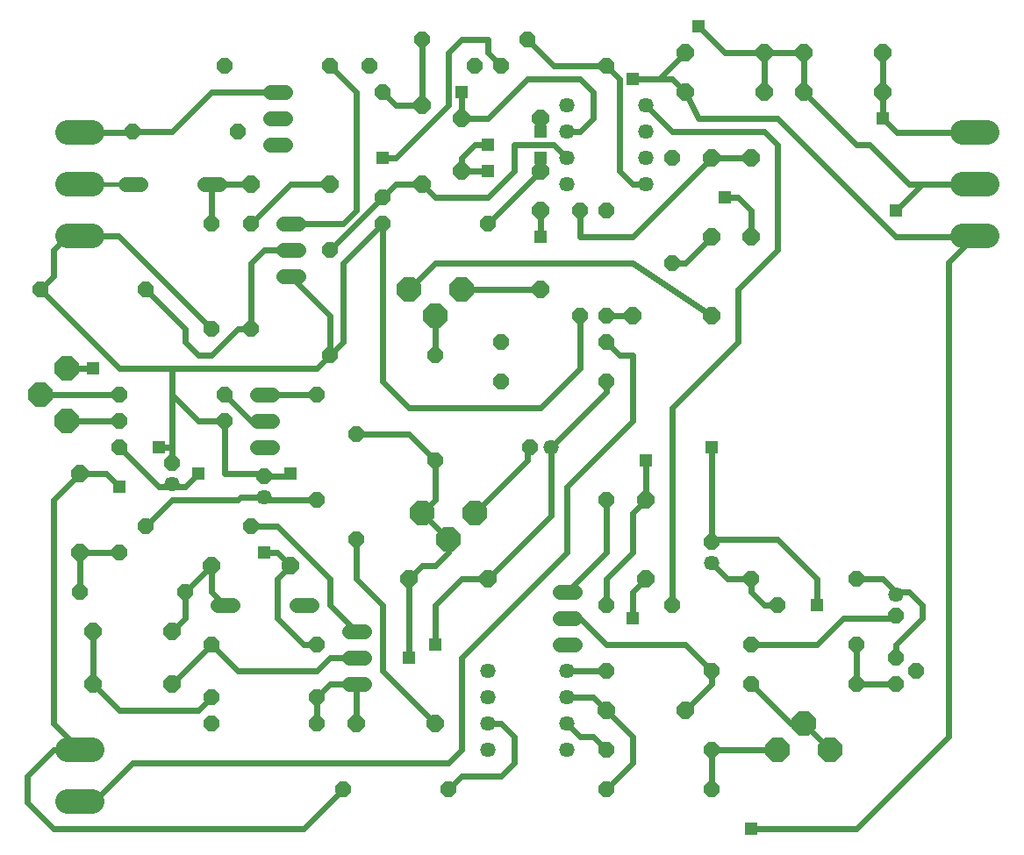
<source format=gbl>
G75*
G70*
%OFA0B0*%
%FSLAX24Y24*%
%IPPOS*%
%LPD*%
%AMOC8*
5,1,8,0,0,1.08239X$1,22.5*
%
%ADD10OC8,0.0576*%
%ADD11C,0.0576*%
%ADD12OC8,0.0648*%
%ADD13C,0.0576*%
%ADD14OC8,0.0936*%
%ADD15C,0.0936*%
%ADD16C,0.0240*%
%ADD17R,0.0472X0.0472*%
%ADD18C,0.0160*%
D10*
X008733Y004600D03*
X008733Y005600D03*
X008733Y007600D03*
X007733Y009600D03*
X005233Y011100D03*
X006233Y012100D03*
X007233Y014500D03*
X005233Y015100D03*
X005233Y016100D03*
X005233Y017100D03*
X008733Y019600D03*
X010233Y019600D03*
X013233Y018600D03*
X012733Y017100D03*
X014233Y015600D03*
X017233Y014600D03*
X020833Y015100D03*
X023733Y013100D03*
X027733Y011500D03*
X029233Y010100D03*
X030233Y009100D03*
X029233Y007600D03*
X029233Y006100D03*
X027733Y006600D03*
X026233Y009100D03*
X023733Y009100D03*
X023733Y006600D03*
X023733Y003600D03*
X023733Y002100D03*
X027733Y002100D03*
X027733Y003600D03*
X033233Y006100D03*
X034733Y006100D03*
X035483Y006600D03*
X034733Y007100D03*
X033233Y007600D03*
X034733Y008700D03*
X033233Y010100D03*
X023733Y017600D03*
X023733Y019100D03*
X023733Y020100D03*
X022733Y020100D03*
X019733Y019100D03*
X019733Y017600D03*
X017233Y018600D03*
X013233Y022600D03*
X015233Y023600D03*
X015233Y024600D03*
X019233Y023600D03*
X022733Y024100D03*
X023733Y024100D03*
X026233Y022100D03*
X026233Y026100D03*
X023733Y029600D03*
X020733Y030600D03*
X019733Y029600D03*
X018733Y029600D03*
X016733Y030600D03*
X014733Y029600D03*
X015233Y028600D03*
X013233Y029600D03*
X009733Y027100D03*
X009233Y029600D03*
X005733Y027100D03*
X008733Y023600D03*
X010233Y023600D03*
X006233Y021100D03*
X002233Y021100D03*
X009233Y017100D03*
X009233Y016100D03*
X010733Y014000D03*
X012733Y013100D03*
X014233Y011600D03*
X010233Y012100D03*
X012733Y007600D03*
X012733Y005600D03*
X012733Y004600D03*
X013733Y002100D03*
X017733Y002100D03*
X003733Y009600D03*
D11*
X008945Y009100D02*
X009521Y009100D01*
X011945Y009100D02*
X012521Y009100D01*
X013945Y008100D02*
X014521Y008100D01*
X014521Y007100D02*
X013945Y007100D01*
X013945Y006100D02*
X014521Y006100D01*
X021945Y007600D02*
X022521Y007600D01*
X022521Y008600D02*
X021945Y008600D01*
X021945Y009600D02*
X022521Y009600D01*
X011021Y015100D02*
X010445Y015100D01*
X010445Y016100D02*
X011021Y016100D01*
X011021Y017100D02*
X010445Y017100D01*
X011445Y021600D02*
X012021Y021600D01*
X012021Y022600D02*
X011445Y022600D01*
X011445Y023600D02*
X012021Y023600D01*
X009021Y025100D02*
X008445Y025100D01*
X006021Y025100D02*
X005445Y025100D01*
X010945Y026600D02*
X011521Y026600D01*
X011521Y027600D02*
X010945Y027600D01*
X010945Y028600D02*
X011521Y028600D01*
D12*
X010233Y025100D03*
X013233Y025100D03*
X016733Y025100D03*
X018233Y025600D03*
X018233Y027600D03*
X016733Y028100D03*
X021233Y027600D03*
X021233Y025600D03*
X021233Y024100D03*
X021233Y021100D03*
X024733Y020100D03*
X027733Y020100D03*
X027733Y023100D03*
X029233Y023100D03*
X029233Y026100D03*
X027733Y026100D03*
X026733Y028600D03*
X026733Y030100D03*
X029733Y030100D03*
X031233Y030100D03*
X031233Y028600D03*
X029733Y028600D03*
X034233Y028600D03*
X034233Y030100D03*
X025233Y013100D03*
X025233Y010100D03*
X019233Y010100D03*
X016233Y010100D03*
X011733Y010600D03*
X008733Y010600D03*
X007233Y008100D03*
X007233Y006100D03*
X004233Y006100D03*
X004233Y008100D03*
X003733Y011100D03*
X003733Y014100D03*
X014233Y004600D03*
X017233Y004600D03*
X023733Y005100D03*
X026733Y005100D03*
D13*
X022233Y004600D03*
X022233Y003600D03*
X022233Y005600D03*
X022233Y006600D03*
X019233Y006600D03*
X019233Y005600D03*
X019233Y004600D03*
X019233Y003600D03*
X027733Y010700D03*
X021633Y015100D03*
X010733Y013200D03*
X007233Y013700D03*
X022233Y025100D03*
X022233Y026100D03*
X022233Y027100D03*
X022233Y028100D03*
X025233Y028100D03*
X025233Y027100D03*
X025233Y026100D03*
X025233Y025100D03*
X034733Y009500D03*
D14*
X031233Y004600D03*
X030233Y003600D03*
X032233Y003600D03*
X018733Y012600D03*
X017733Y011600D03*
X016733Y012600D03*
X017233Y020100D03*
X016233Y021100D03*
X018233Y021100D03*
X003233Y018100D03*
X002233Y017100D03*
X003233Y016100D03*
D15*
X003265Y023130D02*
X004201Y023130D01*
X004201Y025100D02*
X003265Y025100D01*
X003265Y027070D02*
X004201Y027070D01*
X004201Y003580D02*
X003265Y003580D01*
X003265Y001610D02*
X004201Y001610D01*
X037265Y023130D02*
X038201Y023130D01*
X038201Y025100D02*
X037265Y025100D01*
X037265Y027070D02*
X038201Y027070D01*
D16*
X001733Y002600D02*
X001733Y001600D01*
X002733Y000600D01*
X012233Y000600D01*
X013733Y002100D01*
X014233Y004600D02*
X014233Y006100D01*
X013233Y006100D01*
X012733Y005600D01*
X012733Y004600D01*
X012733Y006600D02*
X013233Y007100D01*
X014233Y007100D01*
X015233Y006600D02*
X015233Y009100D01*
X014233Y010100D01*
X014233Y011600D01*
X013233Y010100D02*
X011233Y012100D01*
X010233Y012100D01*
X009733Y013100D02*
X009833Y013200D01*
X010733Y013200D01*
X010833Y013100D01*
X012733Y013100D01*
X011733Y014100D02*
X011633Y014000D01*
X010733Y014000D01*
X010633Y014100D01*
X009233Y014100D01*
X009233Y016100D01*
X008233Y016100D01*
X007233Y017100D01*
X007233Y015100D01*
X006733Y015100D01*
X007233Y015100D02*
X007233Y014500D01*
X007233Y013700D02*
X007133Y013600D01*
X006733Y013600D01*
X005233Y015100D01*
X005233Y016100D02*
X003233Y016100D01*
X002233Y017100D02*
X005233Y017100D01*
X005233Y018100D02*
X007233Y018100D01*
X007233Y017100D01*
X007233Y018100D02*
X012733Y018100D01*
X013233Y018600D01*
X013733Y019100D01*
X013733Y022100D01*
X015233Y023600D01*
X015233Y017600D01*
X016233Y016600D01*
X021233Y016600D01*
X022733Y018100D01*
X022733Y020100D01*
X023733Y020100D02*
X024733Y020100D01*
X023733Y019100D02*
X024233Y018600D01*
X024733Y018600D01*
X024733Y016100D01*
X022233Y013600D01*
X022233Y011100D01*
X018233Y007100D01*
X018233Y003600D01*
X017733Y003100D01*
X005733Y003100D01*
X004233Y001600D01*
X003733Y001600D01*
X003733Y001610D01*
X002713Y003580D02*
X001733Y002600D01*
X002713Y003580D02*
X003733Y003580D01*
X002733Y004580D01*
X002733Y013100D01*
X003733Y014100D01*
X004733Y014100D01*
X005233Y013600D01*
X006233Y012100D02*
X007233Y013100D01*
X009733Y013100D01*
X008233Y014100D02*
X007733Y013600D01*
X007333Y013600D01*
X005233Y011100D02*
X003733Y011100D01*
X003733Y009600D01*
X004233Y008100D02*
X004233Y006100D01*
X005233Y005100D01*
X008233Y005100D01*
X008733Y005600D01*
X009733Y006600D02*
X012733Y006600D01*
X012733Y007600D02*
X012233Y007600D01*
X011233Y008600D01*
X011233Y010100D01*
X011733Y010600D01*
X011233Y011100D01*
X010733Y011100D01*
X008733Y010600D02*
X008733Y009600D01*
X009233Y009100D01*
X007733Y008600D02*
X007733Y009600D01*
X008733Y010600D01*
X007733Y008600D02*
X007233Y008100D01*
X008733Y007600D02*
X009733Y006600D01*
X008733Y007600D02*
X007233Y006100D01*
X013233Y009100D02*
X013233Y010100D01*
X013233Y009100D02*
X014233Y008100D01*
X015233Y006600D02*
X017233Y004600D01*
X019233Y004600D02*
X019733Y004600D01*
X020233Y004100D01*
X020233Y003100D01*
X019733Y002600D01*
X018233Y002600D01*
X017733Y002100D01*
X022233Y004600D02*
X022733Y004100D01*
X023233Y004100D01*
X023733Y003600D01*
X024733Y003100D02*
X024733Y004100D01*
X023733Y005100D01*
X023233Y005600D01*
X022233Y005600D01*
X022233Y006600D02*
X023733Y006600D01*
X023733Y007600D02*
X026733Y007600D01*
X027733Y006600D01*
X027733Y006100D01*
X026733Y005100D01*
X027733Y003600D02*
X030233Y003600D01*
X030733Y004600D02*
X029233Y006100D01*
X029233Y007600D02*
X031733Y007600D01*
X032733Y008600D01*
X034633Y008600D01*
X034733Y008700D01*
X034733Y009500D02*
X034733Y009600D01*
X034233Y010100D01*
X033233Y010100D01*
X034733Y009500D02*
X034833Y009600D01*
X035233Y009600D01*
X035733Y009100D01*
X035733Y008600D01*
X034733Y007600D01*
X034733Y007100D01*
X034733Y006100D02*
X033233Y006100D01*
X033233Y007600D01*
X031733Y009100D02*
X031733Y010100D01*
X030233Y011600D01*
X027833Y011600D01*
X027733Y011500D01*
X027733Y015100D01*
X026233Y016600D02*
X028733Y019100D01*
X028733Y021100D01*
X030233Y022600D01*
X030233Y026600D01*
X029733Y027100D01*
X026233Y027100D01*
X025233Y028100D01*
X024733Y029100D02*
X025733Y029100D01*
X026233Y029100D01*
X026733Y028600D01*
X027233Y027600D01*
X030233Y027600D01*
X034733Y023100D01*
X037703Y023100D01*
X037733Y023130D01*
X036733Y022130D01*
X036733Y004100D01*
X033233Y000600D01*
X029233Y000600D01*
X027733Y002100D02*
X027733Y003600D01*
X024733Y003100D02*
X023733Y002100D01*
X023733Y007600D02*
X022733Y008600D01*
X022233Y008600D01*
X022233Y009600D02*
X023733Y011100D01*
X023733Y013100D01*
X024733Y012600D02*
X025233Y013100D01*
X025233Y014600D01*
X024733Y012600D02*
X024733Y011100D01*
X023733Y010100D01*
X023733Y009100D01*
X024733Y009600D02*
X025233Y010100D01*
X024733Y009600D02*
X024733Y008600D01*
X026233Y009100D02*
X026233Y016600D01*
X023733Y017200D02*
X023733Y017600D01*
X023733Y017200D02*
X021633Y015100D01*
X021633Y012500D01*
X019233Y010100D01*
X018233Y010100D01*
X017233Y009100D01*
X017233Y007600D01*
X016233Y007100D02*
X016233Y010100D01*
X016733Y010600D01*
X017233Y010600D01*
X017733Y011100D01*
X017733Y011600D01*
X016733Y012600D01*
X017233Y013100D01*
X017233Y014600D01*
X016233Y015600D01*
X014233Y015600D01*
X012733Y017100D02*
X010733Y017100D01*
X010733Y016100D02*
X010233Y016100D01*
X009233Y017100D01*
X008733Y018600D02*
X008233Y018600D01*
X007733Y019100D01*
X007733Y019600D01*
X006233Y021100D01*
X005203Y023130D02*
X003733Y023130D01*
X003263Y023130D01*
X002733Y022600D01*
X002733Y021600D01*
X002233Y021100D01*
X005233Y018100D01*
X004233Y018100D02*
X003233Y018100D01*
X005203Y023130D02*
X008733Y019600D01*
X008733Y018600D02*
X009733Y019600D01*
X010233Y019600D01*
X010233Y022100D01*
X010733Y022600D01*
X011733Y022600D01*
X011733Y023600D02*
X013733Y023600D01*
X014233Y024100D01*
X014233Y028600D01*
X013233Y029600D01*
X011233Y028600D02*
X008733Y028600D01*
X007233Y027100D01*
X005733Y027100D01*
X005703Y027070D01*
X003733Y027070D01*
X008733Y025100D02*
X008733Y023600D01*
X010233Y023600D02*
X011733Y025100D01*
X013233Y025100D01*
X015233Y024600D02*
X015733Y025100D01*
X016733Y025100D01*
X017233Y024600D01*
X019233Y024600D01*
X020233Y025600D01*
X020233Y026600D01*
X021733Y026600D01*
X022233Y026100D01*
X021233Y026100D02*
X021233Y025600D01*
X019233Y023600D01*
X021233Y024100D02*
X021233Y023100D01*
X022733Y023100D02*
X022733Y024100D01*
X022733Y023100D02*
X024733Y023100D01*
X027733Y026100D01*
X029233Y026100D01*
X028733Y024600D02*
X028233Y024600D01*
X028733Y024600D02*
X029233Y024100D01*
X029233Y023100D01*
X027733Y023100D02*
X026733Y022100D01*
X026233Y022100D01*
X024733Y022100D02*
X027733Y020100D01*
X024733Y022100D02*
X017233Y022100D01*
X016233Y021100D01*
X017233Y020100D02*
X017233Y018600D01*
X018233Y021100D02*
X021233Y021100D01*
X024733Y025100D02*
X025233Y025100D01*
X024733Y025100D02*
X024233Y025600D01*
X024233Y029100D01*
X023733Y029600D01*
X021733Y029600D01*
X020733Y030600D01*
X019733Y029600D02*
X019233Y030100D01*
X019233Y030600D01*
X018233Y030600D01*
X017733Y030100D01*
X017733Y028100D01*
X015733Y026100D01*
X015233Y026100D01*
X015233Y024600D02*
X013233Y022600D01*
X011733Y021600D02*
X013233Y020100D01*
X013233Y018600D01*
X018733Y012600D02*
X020733Y014600D01*
X020733Y015100D01*
X020833Y015100D01*
X027733Y010700D02*
X028333Y010100D01*
X029233Y010100D01*
X029233Y009600D01*
X029733Y009100D01*
X030233Y009100D01*
X030733Y004600D02*
X031233Y004600D01*
X032233Y003600D01*
X034733Y024100D02*
X035733Y025100D01*
X035233Y025100D01*
X033733Y026600D01*
X033233Y026600D01*
X031233Y028600D01*
X031233Y030100D01*
X029733Y030100D01*
X028233Y030100D01*
X027233Y031100D01*
X026733Y030100D02*
X025733Y029100D01*
X023233Y028600D02*
X023233Y027600D01*
X022733Y027100D01*
X022233Y027100D01*
X021233Y027100D02*
X021233Y027600D01*
X020733Y029100D02*
X019233Y027600D01*
X018233Y027600D01*
X018233Y028600D01*
X016733Y028100D02*
X016733Y030600D01*
X015233Y028600D02*
X015733Y028100D01*
X016733Y028100D01*
X018233Y026100D02*
X018733Y026600D01*
X019233Y026600D01*
X018233Y026100D02*
X018233Y025600D01*
X019233Y025600D01*
X022733Y029100D02*
X023233Y028600D01*
X022733Y029100D02*
X020733Y029100D01*
X029733Y028600D02*
X029733Y030100D01*
X034233Y030100D02*
X034233Y028600D01*
X034233Y027600D01*
X034763Y027070D01*
X037733Y027070D01*
X037733Y025100D02*
X035733Y025100D01*
X010233Y025100D02*
X008733Y025100D01*
X003733Y023130D02*
X003733Y023100D01*
D17*
X004233Y018100D03*
X006733Y015100D03*
X008233Y014100D03*
X005233Y013600D03*
X010733Y011100D03*
X011733Y014100D03*
X017233Y007600D03*
X016233Y007100D03*
X024733Y008600D03*
X031733Y009100D03*
X025233Y014600D03*
X027733Y015100D03*
X021233Y023100D03*
X019233Y025600D03*
X019233Y026600D03*
X021233Y026100D03*
X021233Y027100D03*
X018233Y028600D03*
X015233Y026100D03*
X024733Y029100D03*
X027233Y031100D03*
X034233Y027600D03*
X034733Y024100D03*
X028233Y024600D03*
X029233Y000600D03*
D18*
X005733Y025100D02*
X003733Y025100D01*
M02*

</source>
